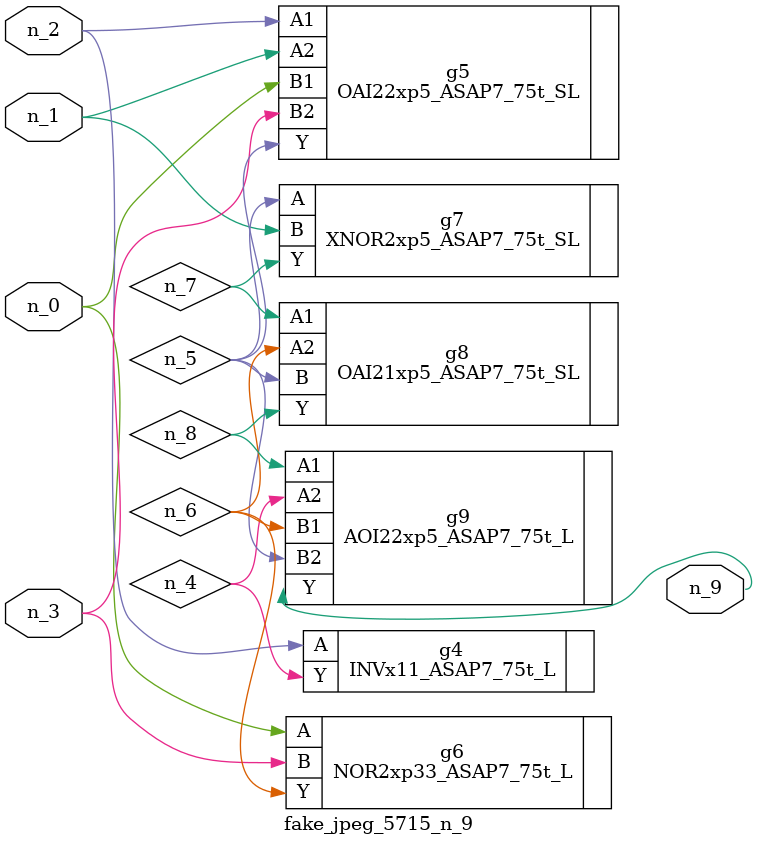
<source format=v>
module fake_jpeg_5715_n_9 (n_0, n_3, n_2, n_1, n_9);

input n_0;
input n_3;
input n_2;
input n_1;

output n_9;

wire n_4;
wire n_8;
wire n_6;
wire n_5;
wire n_7;

INVx11_ASAP7_75t_L g4 ( 
.A(n_2),
.Y(n_4)
);

OAI22xp5_ASAP7_75t_SL g5 ( 
.A1(n_2),
.A2(n_1),
.B1(n_0),
.B2(n_3),
.Y(n_5)
);

NOR2xp33_ASAP7_75t_L g6 ( 
.A(n_0),
.B(n_3),
.Y(n_6)
);

XNOR2xp5_ASAP7_75t_SL g7 ( 
.A(n_5),
.B(n_1),
.Y(n_7)
);

OAI21xp5_ASAP7_75t_SL g8 ( 
.A1(n_7),
.A2(n_6),
.B(n_5),
.Y(n_8)
);

AOI22xp5_ASAP7_75t_L g9 ( 
.A1(n_8),
.A2(n_4),
.B1(n_6),
.B2(n_5),
.Y(n_9)
);


endmodule
</source>
